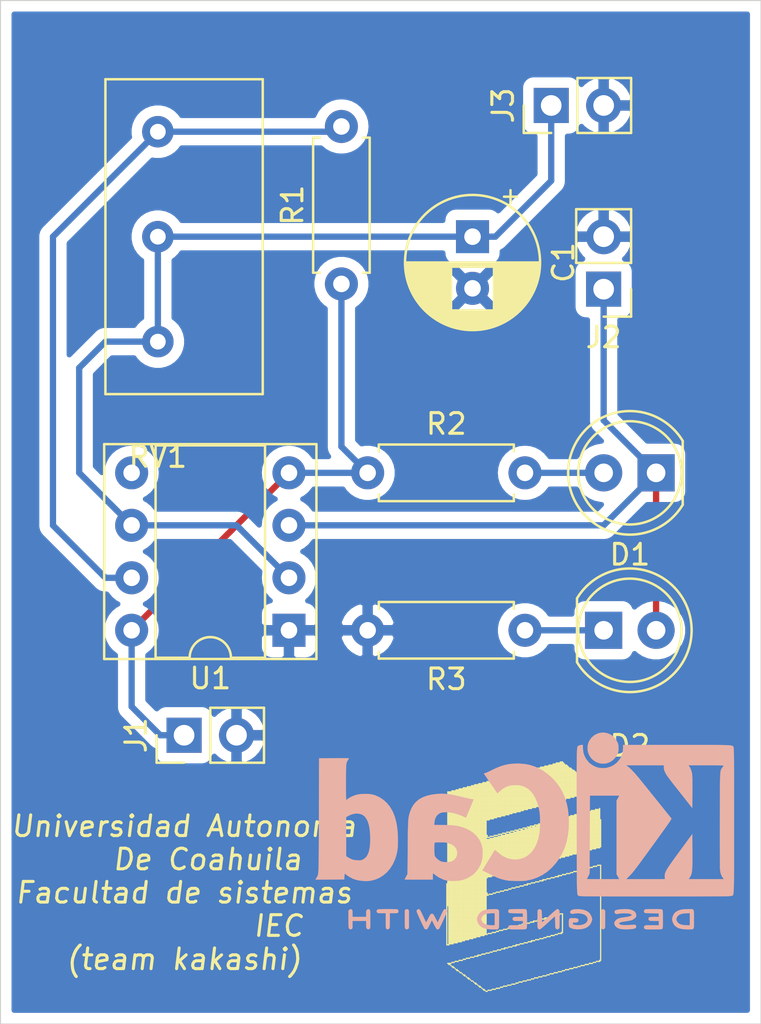
<source format=kicad_pcb>
(kicad_pcb (version 20171130) (host pcbnew "(5.1.4)-1")
  (layers (0 F.Cu signal) (31 B.Cu signal) (34 B.Paste user) (35 F.Paste user) (36 B.SilkS user) (37 F.SilkS user) (38 B.Mask user) (39 F.Mask user) (44 Edge.Cuts user))
  (net 0 "")
  (net 1 GND)
  (net 2 Carga)
  (net 3 "Net-(D1-Pad2)")
  (net 4 Salida)
  (net 5 "Net-(D2-Pad1)")
  (net 6 +5V)
  (net 7 "Net-(R1-Pad2)")
  (net 8 "Net-(U1-Pad5)")
  (module Symbol:KiCad-Logo2_8mm_SilkScreen (layer B.Cu) (at 151.13 120.65 180)
    (fp_text reference REF** hide)
    (fp_text value KiCad-Logo2_8mm_SilkScreen hide)
  )
  (module Logos:LOGO (layer F.Cu) (at 147.32 118.11)
    (fp_text reference LOGO hide)
    (fp_text value "" (at 0 0) (layer F.SilkS) (effects (font (size 1.27 1.27))))
  )
  (module potenciometro:potenciometro_5.08mm (layer F.Cu) (at 133.35 102.87)
    (fp_text reference RV1 (at 0 0.5) (layer F.SilkS))
    (fp_text value 100k)
    (pad 3 thru_hole circle (at 0 -5.08) (size 1.524 1.524) (drill 0.762) (layers *.Cu *.Mask) (net 2 Carga))
    (pad 2 thru_hole circle (at 0 -10.16) (size 1.524 1.524) (drill 0.762) (layers *.Cu *.Mask) (net 2 Carga))
    (pad 1 thru_hole circle (at 0 -15.24) (size 1.524 1.524) (drill 0.762) (layers *.Cu *.Mask) (net 7 "Net-(R1-Pad2)"))
  )
  (module Package_DIP:DIP-8_W7.62mm_Socket (layer F.Cu) (at 139.7 111.76 180)
    (fp_text reference U1 (at 3.81 -2.33) (layer F.SilkS))
    (fp_text value NE555)
    (pad 1 thru_hole rect (at 0 0 180) (size 1.6 1.6) (drill 0.8) (layers *.Cu *.Mask) (net 1 GND))
    (pad 5 thru_hole oval (at 7.62 7.62 180) (size 1.6 1.6) (drill 0.8) (layers *.Cu *.Mask) (net 8 "Net-(U1-Pad5)"))
    (pad 2 thru_hole oval (at 0 2.54 180) (size 1.6 1.6) (drill 0.8) (layers *.Cu *.Mask) (net 2 Carga))
    (pad 6 thru_hole oval (at 7.62 5.08 180) (size 1.6 1.6) (drill 0.8) (layers *.Cu *.Mask) (net 2 Carga))
    (pad 3 thru_hole oval (at 0 5.08 180) (size 1.6 1.6) (drill 0.8) (layers *.Cu *.Mask) (net 4 Salida))
    (pad 7 thru_hole oval (at 7.62 2.54 180) (size 1.6 1.6) (drill 0.8) (layers *.Cu *.Mask) (net 7 "Net-(R1-Pad2)"))
    (pad 4 thru_hole oval (at 0 7.62 180) (size 1.6 1.6) (drill 0.8) (layers *.Cu *.Mask) (net 6 +5V))
    (pad 8 thru_hole oval (at 7.62 0 180) (size 1.6 1.6) (drill 0.8) (layers *.Cu *.Mask) (net 6 +5V))
  )
  (module Resistor_THT:R_Axial_DIN0207_L6.3mm_D2.5mm_P7.62mm_Horizontal (layer F.Cu) (at 151.13 111.76 180)
    (fp_text reference R3 (at 3.81 -2.37) (layer F.SilkS))
    (fp_text value 680)
    (pad 1 thru_hole circle (at 0 0 180) (size 1.6 1.6) (drill 0.8) (layers *.Cu *.Mask) (net 5 "Net-(D2-Pad1)"))
    (pad 2 thru_hole oval (at 7.62 0 180) (size 1.6 1.6) (drill 0.8) (layers *.Cu *.Mask) (net 1 GND))
  )
  (module Resistor_THT:R_Axial_DIN0207_L6.3mm_D2.5mm_P7.62mm_Horizontal (layer F.Cu) (at 143.51 104.14)
    (fp_text reference R2 (at 3.81 -2.37) (layer F.SilkS))
    (fp_text value 680)
    (pad 1 thru_hole circle (at 0 0) (size 1.6 1.6) (drill 0.8) (layers *.Cu *.Mask) (net 6 +5V))
    (pad 2 thru_hole oval (at 7.62 0) (size 1.6 1.6) (drill 0.8) (layers *.Cu *.Mask) (net 3 "Net-(D1-Pad2)"))
  )
  (module Resistor_THT:R_Axial_DIN0207_L6.3mm_D2.5mm_P7.62mm_Horizontal (layer F.Cu) (at 142.24 94.996 90)
    (fp_text reference R1 (at 3.81 -2.37 90) (layer F.SilkS))
    (fp_text value 1k)
    (pad 1 thru_hole circle (at 0 0 90) (size 1.6 1.6) (drill 0.8) (layers *.Cu *.Mask) (net 6 +5V))
    (pad 2 thru_hole oval (at 7.62 0 90) (size 1.6 1.6) (drill 0.8) (layers *.Cu *.Mask) (net 7 "Net-(R1-Pad2)"))
  )
  (module Connector_PinHeader_2.54mm:PinHeader_1x02_P2.54mm_Vertical (layer F.Cu) (at 152.4 86.36 90)
    (fp_text reference J3 (at 0 -2.33 90) (layer F.SilkS))
    (fp_text value carga)
    (pad 1 thru_hole rect (at 0 0 90) (size 1.7 1.7) (drill 1) (layers *.Cu *.Mask) (net 2 Carga))
    (pad 2 thru_hole oval (at 0 2.54 90) (size 1.7 1.7) (drill 1) (layers *.Cu *.Mask) (net 1 GND))
  )
  (module Connector_PinHeader_2.54mm:PinHeader_1x02_P2.54mm_Vertical (layer F.Cu) (at 154.94 95.25 180)
    (fp_text reference J2 (at 0 -2.33) (layer F.SilkS))
    (fp_text value salida)
    (pad 1 thru_hole rect (at 0 0 180) (size 1.7 1.7) (drill 1) (layers *.Cu *.Mask) (net 4 Salida))
    (pad 2 thru_hole oval (at 0 2.54 180) (size 1.7 1.7) (drill 1) (layers *.Cu *.Mask) (net 1 GND))
  )
  (module Connector_PinHeader_2.54mm:PinHeader_1x02_P2.54mm_Vertical (layer F.Cu) (at 134.62 116.84 90)
    (fp_text reference J1 (at 0 -2.33 90) (layer F.SilkS))
    (fp_text value alimentacion)
    (pad 1 thru_hole rect (at 0 0 90) (size 1.7 1.7) (drill 1) (layers *.Cu *.Mask) (net 6 +5V))
    (pad 2 thru_hole oval (at 0 2.54 90) (size 1.7 1.7) (drill 1) (layers *.Cu *.Mask) (net 1 GND))
  )
  (module LED_THT:LED_D5.0mm (layer F.Cu) (at 154.94 111.76)
    (fp_text reference D2 (at 1.27 5.588) (layer F.SilkS))
    (fp_text value LED_verde)
    (pad 1 thru_hole rect (at 0 0) (size 1.8 1.8) (drill 0.9) (layers *.Cu *.Mask) (net 5 "Net-(D2-Pad1)"))
    (pad 2 thru_hole circle (at 2.54 0) (size 1.8 1.8) (drill 0.9) (layers *.Cu *.Mask) (net 4 Salida))
  )
  (module LED_THT:LED_D5.0mm (layer F.Cu) (at 157.48 104.14 180)
    (fp_text reference D1 (at 1.27 -3.96) (layer F.SilkS))
    (fp_text value LED_rojo)
    (pad 1 thru_hole rect (at 0 0 180) (size 1.8 1.8) (drill 0.9) (layers *.Cu *.Mask) (net 4 Salida))
    (pad 2 thru_hole circle (at 2.54 0 180) (size 1.8 1.8) (drill 0.9) (layers *.Cu *.Mask) (net 3 "Net-(D1-Pad2)"))
  )
  (module Capacitor_THT:CP_Radial_D6.3mm_P2.50mm (layer F.Cu) (at 148.59 92.71 270)
    (fp_text reference C1 (at 1.25 -4.4 90) (layer F.SilkS))
    (fp_text value 100uF)
    (pad 1 thru_hole rect (at 0 0 270) (size 1.6 1.6) (drill 0.8) (layers *.Cu *.Mask) (net 2 Carga))
    (pad 2 thru_hole circle (at 2.5 0 270) (size 1.6 1.6) (drill 0.8) (layers *.Cu *.Mask) (net 1 GND))
  )
  (gr_text "Universidad Autonoma\n      De Coahuila   \nFacultad de sistemas\n            IEC\n(team kakashi)\n" (at 134.62 124.46) (layer F.SilkS) (effects (font (size 1 1) (thickness 0.15) italic)))
  (gr_line (start 125.73 81.28) (end 125.73 130.81) (layer Edge.Cuts) (width 0.05))
  (gr_line (start 127 81.28) (end 125.73 81.28) (layer Edge.Cuts) (width 0.05))
  (gr_line (start 162.56 130.81) (end 125.73 130.81) (layer Edge.Cuts) (width 0.05))
  (gr_line (start 162.56 125.73) (end 162.56 130.81) (layer Edge.Cuts) (width 0.05))
  (gr_line (start 162.56 121.92) (end 162.56 125.73) (layer Edge.Cuts) (width 0.05))
  (gr_line (start 162.56 81.28) (end 162.56 121.92) (layer Edge.Cuts) (width 0.05))
  (gr_line (start 127 81.28) (end 162.56 81.28) (layer Edge.Cuts) (width 0.05))
  (segment (start 133.35 92.71) (end 148.59 92.71) (width 0.3048) (layer B.Cu) (net 2))
  (segment (start 152.4 90.0048) (end 152.4 86.36) (width 0.3048) (layer B.Cu) (net 2))
  (segment (start 148.59 92.71) (end 149.6948 92.71) (width 0.3048) (layer B.Cu) (net 2))
  (segment (start 149.6948 92.71) (end 152.4 90.0048) (width 0.3048) (layer B.Cu) (net 2))
  (segment (start 133.35 93.78763) (end 133.35 97.79) (width 0.3048) (layer B.Cu) (net 2))
  (segment (start 133.35 92.71) (end 133.35 93.78763) (width 0.3048) (layer B.Cu) (net 2))
  (segment (start 133.35 97.79) (end 130.81 97.79) (width 0.3048) (layer B.Cu) (net 2))
  (segment (start 130.81 97.79) (end 129.54 99.06) (width 0.3048) (layer B.Cu) (net 2))
  (segment (start 129.54 104.14) (end 132.08 106.68) (width 0.3048) (layer B.Cu) (net 2))
  (segment (start 129.54 99.06) (end 129.54 104.14) (width 0.3048) (layer B.Cu) (net 2))
  (segment (start 137.16 106.68) (end 139.7 109.22) (width 0.3048) (layer B.Cu) (net 2))
  (segment (start 132.08 106.68) (end 137.16 106.68) (width 0.3048) (layer B.Cu) (net 2))
  (segment (start 154.94 104.14) (end 151.13 104.14) (width 0.3048) (layer B.Cu) (net 3))
  (segment (start 139.7 106.68) (end 154.94 106.68) (width 0.3048) (layer B.Cu) (net 4))
  (segment (start 154.94 106.68) (end 157.48 104.14) (width 0.3048) (layer B.Cu) (net 4))
  (segment (start 154.94 101.6) (end 157.48 104.14) (width 0.3048) (layer B.Cu) (net 4))
  (segment (start 154.94 95.25) (end 154.94 101.6) (width 0.3048) (layer B.Cu) (net 4))
  (segment (start 157.48 111.76) (end 157.48 104.14) (width 0.3048) (layer F.Cu) (net 4))
  (segment (start 151.13 111.76) (end 154.94 111.76) (width 0.3048) (layer B.Cu) (net 5))
  (segment (start 142.24 102.87) (end 143.51 104.14) (width 0.3048) (layer B.Cu) (net 6))
  (segment (start 142.24 94.996) (end 142.24 102.87) (width 0.3048) (layer B.Cu) (net 6))
  (segment (start 138.315601 105.524399) (end 139.7 104.14) (width 0.3048) (layer F.Cu) (net 6))
  (segment (start 132.08 111.76) (end 138.315601 105.524399) (width 0.3048) (layer F.Cu) (net 6))
  (segment (start 143.51 104.14) (end 139.7 104.14) (width 0.3048) (layer B.Cu) (net 6))
  (segment (start 133.4652 116.84) (end 134.62 116.84) (width 0.3048) (layer B.Cu) (net 6))
  (segment (start 132.08 115.4548) (end 133.4652 116.84) (width 0.3048) (layer B.Cu) (net 6))
  (segment (start 132.08 111.76) (end 132.08 115.4548) (width 0.3048) (layer B.Cu) (net 6))
  (segment (start 141.986 87.63) (end 142.24 87.376) (width 0.3048) (layer B.Cu) (net 7))
  (segment (start 133.35 87.63) (end 141.986 87.63) (width 0.3048) (layer B.Cu) (net 7))
  (segment (start 128.27 92.71) (end 128.27 106.68) (width 0.3048) (layer B.Cu) (net 7))
  (segment (start 133.35 87.63) (end 128.27 92.71) (width 0.3048) (layer B.Cu) (net 7))
  (segment (start 130.81 109.22) (end 132.08 109.22) (width 0.3048) (layer B.Cu) (net 7))
  (segment (start 128.27 106.68) (end 130.81 109.22) (width 0.3048) (layer B.Cu) (net 7))
  (zone (net 1) (net_name GND) (layer B.Cu) (connect_pads (clearance 0.508)) (min_thickness 0.254) (fill yes (arc_segments 32) (thermal_gap 0.508) (thermal_bridge_width 0.508))
    (polygon (pts (xy 125.73 130.81) (xy 125.73 81.28) (xy 162.56 81.28) (xy 162.56 130.81)))
  )
)
</source>
